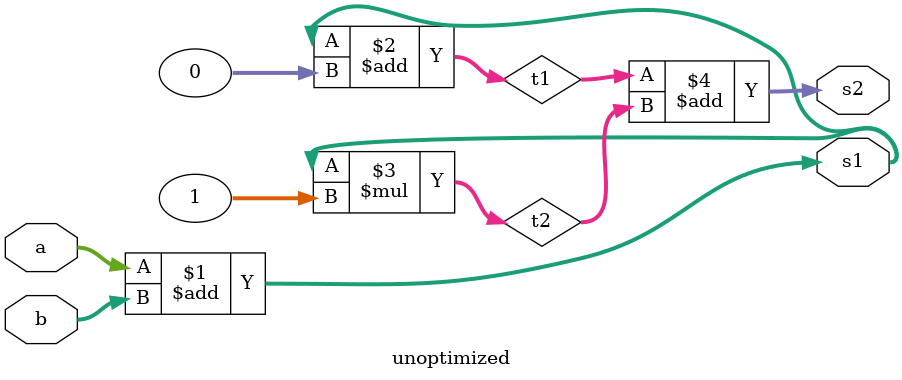
<source format=v>
module unoptimized
#(  parameter    BW = 512)
(
    input [BW-1:0] a,
    input [BW-1:0] b,
    output [BW-1:0] s1,
    output [BW-1:0] s2
);
    wire [BW-1:0] t1, t2;
    assign s1 = a + b;
    assign t1 = s1 + 0;
    assign t2 = s1 * 1;
    assign s2 = t1 + t2;
endmodule

</source>
